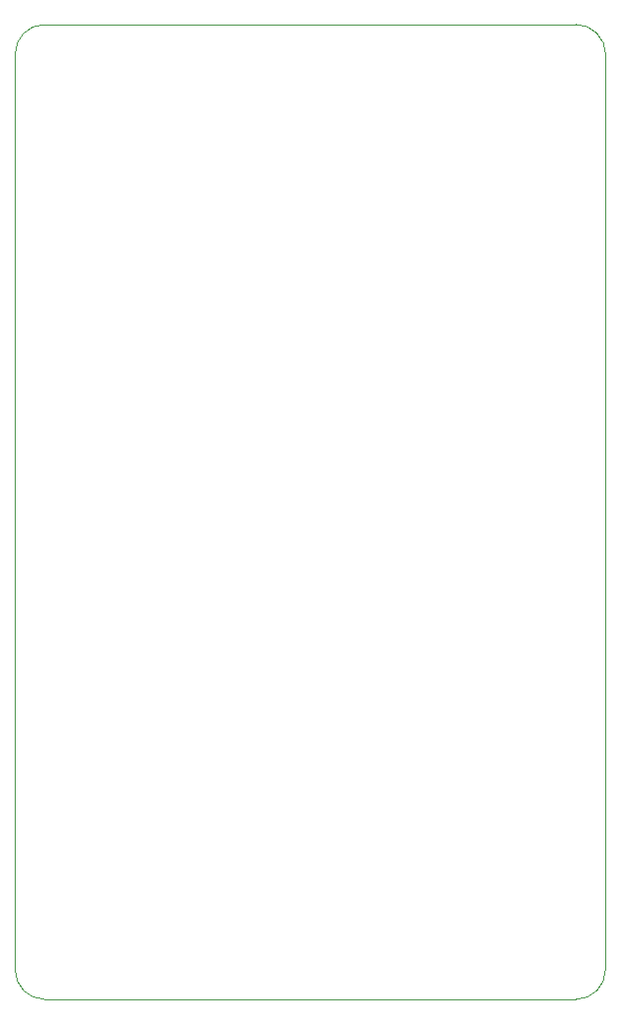
<source format=gbr>
G04 #@! TF.GenerationSoftware,KiCad,Pcbnew,5.1.6-c6e7f7d~86~ubuntu18.04.1*
G04 #@! TF.CreationDate,2020-06-01T06:43:38-04:00*
G04 #@! TF.ProjectId,f405_breakout,66343035-5f62-4726-9561-6b6f75742e6b,rev?*
G04 #@! TF.SameCoordinates,Original*
G04 #@! TF.FileFunction,Profile,NP*
%FSLAX46Y46*%
G04 Gerber Fmt 4.6, Leading zero omitted, Abs format (unit mm)*
G04 Created by KiCad (PCBNEW 5.1.6-c6e7f7d~86~ubuntu18.04.1) date 2020-06-01 06:43:38*
%MOMM*%
%LPD*%
G01*
G04 APERTURE LIST*
G04 #@! TA.AperFunction,Profile*
%ADD10C,0.050000*%
G04 #@! TD*
G04 APERTURE END LIST*
D10*
X152400000Y-132080000D02*
G75*
G02*
X149860000Y-134620000I-2540000J0D01*
G01*
X104140000Y-134620000D02*
G75*
G02*
X101600000Y-132080000I0J2540000D01*
G01*
X149860000Y-50800000D02*
G75*
G02*
X152400000Y-53340000I0J-2540000D01*
G01*
X101600000Y-53340000D02*
G75*
G02*
X104140000Y-50800000I2540000J0D01*
G01*
X149860000Y-50800000D02*
X104140000Y-50800000D01*
X152400000Y-132080000D02*
X152400000Y-53340000D01*
X104140000Y-134620000D02*
X149860000Y-134620000D01*
X101600000Y-53340000D02*
X101600000Y-132080000D01*
M02*

</source>
